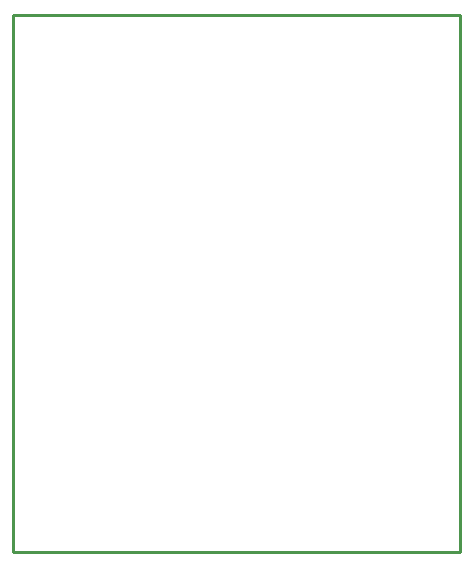
<source format=gbr>
G04 start of page 10 for group -4078 idx -4078 *
G04 Title: (unknown), bottomsilk *
G04 Creator: pcb 4.0.2 *
G04 CreationDate: Mon Feb 22 18:13:25 2021 UTC *
G04 For: ndholmes *
G04 Format: Gerber/RS-274X *
G04 PCB-Dimensions (mil): 2600.00 3500.00 *
G04 PCB-Coordinate-Origin: lower left *
%MOIN*%
%FSLAX25Y25*%
%LNBOTTOMSILK*%
%ADD83C,0.0100*%
G54D83*X49500Y186500D02*Y7500D01*
X198500D01*
Y186500D02*Y7500D01*
X49500Y186500D02*X198500D01*
M02*

</source>
